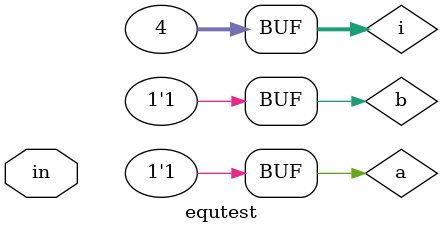
<source format=v>
`include "equ.v"


module equtest(
in
);

reg a,b;
input in;
wire in;
integer i;

initial begin
    $monitor("%0d %0d EQU %0d",a,b,in);
    for (i=0; i<4; i=i+1) begin
        {a,b} = i;
        #10;
    end
end


equivalence e(a,b,in);
endmodule

</source>
